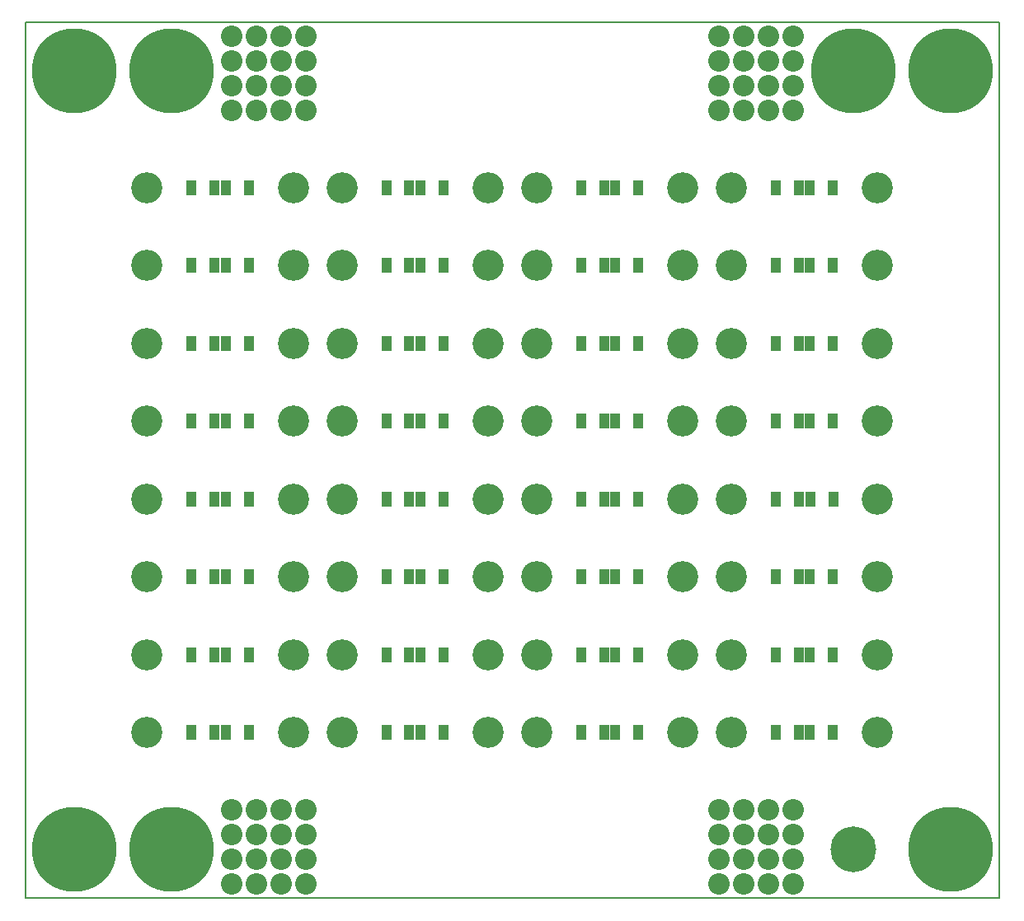
<source format=gbs>
G04 Layer_Color=16711935*
%FSLAX25Y25*%
%MOIN*%
G70*
G01*
G75*
%ADD11C,0.00787*%
%ADD20C,0.12611*%
%ADD21C,0.08674*%
%ADD22C,0.18516*%
%ADD23C,0.34265*%
%ADD24C,0.04737*%
%ADD25R,0.04343X0.06115*%
D11*
X0Y-177165D02*
X393701D01*
X0D02*
Y177165D01*
X393701Y-177165D02*
Y177165D01*
X0D02*
X393701D01*
D20*
X285433Y-110236D02*
D03*
X344488D02*
D03*
X206693D02*
D03*
X265748D02*
D03*
X127953D02*
D03*
X187008D02*
D03*
X49213D02*
D03*
X108268D02*
D03*
X285433Y-78740D02*
D03*
X344488D02*
D03*
X206693D02*
D03*
X265748D02*
D03*
X127953D02*
D03*
X187008D02*
D03*
X49213D02*
D03*
X108268D02*
D03*
X285433Y-47244D02*
D03*
X344488D02*
D03*
X206693D02*
D03*
X265748D02*
D03*
X127953D02*
D03*
X187008D02*
D03*
X49213D02*
D03*
X108268D02*
D03*
X285433Y-15748D02*
D03*
X344488D02*
D03*
X206693Y-15748D02*
D03*
X265748D02*
D03*
X127953D02*
D03*
X187008D02*
D03*
X49213Y-15748D02*
D03*
X108268D02*
D03*
X285433Y15748D02*
D03*
X344488D02*
D03*
X206693D02*
D03*
X265748D02*
D03*
X127953D02*
D03*
X187008D02*
D03*
X49213D02*
D03*
X108268D02*
D03*
X285433Y47244D02*
D03*
X344488D02*
D03*
X206693D02*
D03*
X265748D02*
D03*
X127953D02*
D03*
X187008D02*
D03*
X49213D02*
D03*
X108268D02*
D03*
X285433Y78740D02*
D03*
X344488D02*
D03*
X206693D02*
D03*
X265748D02*
D03*
X127953D02*
D03*
X187008D02*
D03*
X49213D02*
D03*
X108268D02*
D03*
X285433Y110236D02*
D03*
X344488D02*
D03*
X206693D02*
D03*
X265748D02*
D03*
X127953D02*
D03*
X187008D02*
D03*
X49213Y110236D02*
D03*
X108268D02*
D03*
D21*
X83425Y171496D02*
D03*
X103425D02*
D03*
X93425D02*
D03*
X113425Y161496D02*
D03*
Y171496D02*
D03*
Y151496D02*
D03*
X103425Y141496D02*
D03*
X113425D02*
D03*
X93425D02*
D03*
X83425D02*
D03*
Y151496D02*
D03*
Y161496D02*
D03*
X93425Y151496D02*
D03*
Y161496D02*
D03*
X103425Y151496D02*
D03*
Y161496D02*
D03*
X310276Y-171496D02*
D03*
X290276D02*
D03*
X300276D02*
D03*
X280276Y-161496D02*
D03*
Y-171496D02*
D03*
Y-151496D02*
D03*
X290276Y-141496D02*
D03*
X280276D02*
D03*
X300276D02*
D03*
X310276D02*
D03*
Y-151496D02*
D03*
Y-161496D02*
D03*
X300276Y-151496D02*
D03*
Y-161496D02*
D03*
X290276Y-151496D02*
D03*
Y-161496D02*
D03*
X280276Y171496D02*
D03*
X300276D02*
D03*
X290276D02*
D03*
X310276Y161496D02*
D03*
Y171496D02*
D03*
Y151496D02*
D03*
X300276Y141496D02*
D03*
X310276D02*
D03*
X290276D02*
D03*
X280276D02*
D03*
Y151496D02*
D03*
Y161496D02*
D03*
X290276Y151496D02*
D03*
Y161496D02*
D03*
X300276Y151496D02*
D03*
Y161496D02*
D03*
X113425Y-171496D02*
D03*
X93425D02*
D03*
X103425D02*
D03*
X83425Y-161496D02*
D03*
Y-171496D02*
D03*
Y-151496D02*
D03*
X93425Y-141496D02*
D03*
X83425D02*
D03*
X103425D02*
D03*
X113425D02*
D03*
Y-151496D02*
D03*
Y-161496D02*
D03*
X103425Y-151496D02*
D03*
Y-161496D02*
D03*
X93425Y-151496D02*
D03*
Y-161496D02*
D03*
D22*
X334646Y-157480D02*
D03*
D23*
X59055Y157480D02*
D03*
Y-157480D02*
D03*
X19685D02*
D03*
Y157480D02*
D03*
X334646D02*
D03*
X374016D02*
D03*
Y-157480D02*
D03*
D24*
X7752Y-150591D02*
D03*
X19685Y-143701D02*
D03*
X12795Y-145547D02*
D03*
X7752Y-164370D02*
D03*
X5906Y-157480D02*
D03*
X12795Y-169414D02*
D03*
X26575D02*
D03*
X19685Y-171260D02*
D03*
X31618Y-164370D02*
D03*
Y-150591D02*
D03*
X33465Y-157480D02*
D03*
X26575Y-145547D02*
D03*
X47122Y-150591D02*
D03*
X59055Y-143701D02*
D03*
X52165Y-145547D02*
D03*
X47122Y-164370D02*
D03*
X45276Y-157480D02*
D03*
X52165Y-169414D02*
D03*
X65945D02*
D03*
X59055Y-171260D02*
D03*
X70989Y-164370D02*
D03*
Y-150591D02*
D03*
X72835Y-157480D02*
D03*
X65945Y-145547D02*
D03*
X362082Y-150591D02*
D03*
X374016Y-143701D02*
D03*
X367126Y-145547D02*
D03*
X362082Y-164370D02*
D03*
X360236Y-157480D02*
D03*
X367126Y-169414D02*
D03*
X380906D02*
D03*
X374016Y-171260D02*
D03*
X385949Y-164370D02*
D03*
Y-150591D02*
D03*
X387795Y-157480D02*
D03*
X380906Y-145547D02*
D03*
X362082Y164370D02*
D03*
X374016Y171260D02*
D03*
X367126Y169414D02*
D03*
X362082Y150591D02*
D03*
X360236Y157480D02*
D03*
X367126Y145547D02*
D03*
X380906D02*
D03*
X374016Y143701D02*
D03*
X385949Y150591D02*
D03*
Y164370D02*
D03*
X387795Y157480D02*
D03*
X380906Y169414D02*
D03*
X322712Y164370D02*
D03*
X334646Y171260D02*
D03*
X327756Y169414D02*
D03*
X322712Y150591D02*
D03*
X320866Y157480D02*
D03*
X327756Y145547D02*
D03*
X341535D02*
D03*
X334646Y143701D02*
D03*
X346579Y150591D02*
D03*
Y164370D02*
D03*
X348425Y157480D02*
D03*
X341535Y169414D02*
D03*
X47122Y164370D02*
D03*
X59055Y171260D02*
D03*
X52165Y169414D02*
D03*
X47122Y150591D02*
D03*
X45276Y157480D02*
D03*
X52165Y145547D02*
D03*
X65945D02*
D03*
X59055Y143701D02*
D03*
X70989Y150591D02*
D03*
Y164370D02*
D03*
X72835Y157480D02*
D03*
X65945Y169414D02*
D03*
X7752Y164370D02*
D03*
X19685Y171260D02*
D03*
X12795Y169414D02*
D03*
X7752Y150591D02*
D03*
X5906Y157480D02*
D03*
X12795Y145547D02*
D03*
X26575D02*
D03*
X19685Y143701D02*
D03*
X31618Y150591D02*
D03*
Y164370D02*
D03*
X33465Y157480D02*
D03*
X26575Y169414D02*
D03*
D25*
X76476Y110236D02*
D03*
X67224D02*
D03*
X90256D02*
D03*
X81004D02*
D03*
X155217D02*
D03*
X145965D02*
D03*
X168996D02*
D03*
X159744D02*
D03*
X233957D02*
D03*
X224705D02*
D03*
X247736D02*
D03*
X238484D02*
D03*
X312697D02*
D03*
X303445D02*
D03*
X326476D02*
D03*
X317224D02*
D03*
X76476Y78740D02*
D03*
X67224D02*
D03*
X90256D02*
D03*
X81004D02*
D03*
X155217D02*
D03*
X145965D02*
D03*
X168996D02*
D03*
X159744D02*
D03*
X233957D02*
D03*
X224705D02*
D03*
X247736D02*
D03*
X238484D02*
D03*
X312697D02*
D03*
X303445D02*
D03*
X326476D02*
D03*
X317224D02*
D03*
X76476Y47244D02*
D03*
X67224D02*
D03*
X90256D02*
D03*
X81004D02*
D03*
X155217D02*
D03*
X145965D02*
D03*
X168996D02*
D03*
X159744D02*
D03*
X233957D02*
D03*
X224705D02*
D03*
X247736D02*
D03*
X238484D02*
D03*
X312697D02*
D03*
X303445D02*
D03*
X326476D02*
D03*
X317224D02*
D03*
X76476Y15748D02*
D03*
X67224D02*
D03*
X90256D02*
D03*
X81004D02*
D03*
X155217D02*
D03*
X145965D02*
D03*
X168996D02*
D03*
X159744D02*
D03*
X233957D02*
D03*
X224705D02*
D03*
X247736D02*
D03*
X238484D02*
D03*
X312697D02*
D03*
X303445D02*
D03*
X326476D02*
D03*
X317224D02*
D03*
X76476Y-15748D02*
D03*
X67224D02*
D03*
X90256D02*
D03*
X81004D02*
D03*
X155217D02*
D03*
X145965D02*
D03*
X168996D02*
D03*
X159744D02*
D03*
X233957D02*
D03*
X224705D02*
D03*
X247736D02*
D03*
X238484D02*
D03*
X312697D02*
D03*
X303445D02*
D03*
X326772D02*
D03*
X317520D02*
D03*
X76476Y-47244D02*
D03*
X67224D02*
D03*
X90256D02*
D03*
X81004D02*
D03*
X155217D02*
D03*
X145965D02*
D03*
X168996D02*
D03*
X159744D02*
D03*
X233957D02*
D03*
X224705D02*
D03*
X247736D02*
D03*
X238484D02*
D03*
X312697D02*
D03*
X303445D02*
D03*
X326476D02*
D03*
X317224D02*
D03*
X76476Y-78740D02*
D03*
X67224D02*
D03*
X90256D02*
D03*
X81004D02*
D03*
X155217D02*
D03*
X145965D02*
D03*
X168996D02*
D03*
X159744D02*
D03*
X233957D02*
D03*
X224705D02*
D03*
X247736D02*
D03*
X238484D02*
D03*
X312697D02*
D03*
X303445D02*
D03*
X326476D02*
D03*
X317224D02*
D03*
X76476Y-110236D02*
D03*
X67224D02*
D03*
X90256D02*
D03*
X81004D02*
D03*
X155217D02*
D03*
X145965D02*
D03*
X168996D02*
D03*
X159744D02*
D03*
X233957D02*
D03*
X224705D02*
D03*
X247736D02*
D03*
X238484D02*
D03*
X312697D02*
D03*
X303445D02*
D03*
X326476D02*
D03*
X317224D02*
D03*
M02*

</source>
